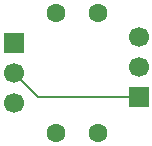
<source format=gbr>
%TF.GenerationSoftware,KiCad,Pcbnew,9.0.3-9.0.3-0~ubuntu22.04.1*%
%TF.CreationDate,2025-08-07T16:27:33-07:00*%
%TF.ProjectId,milkv_hat,6d696c6b-765f-4686-9174-2e6b69636164,rev?*%
%TF.SameCoordinates,Original*%
%TF.FileFunction,Copper,L1,Top*%
%TF.FilePolarity,Positive*%
%FSLAX46Y46*%
G04 Gerber Fmt 4.6, Leading zero omitted, Abs format (unit mm)*
G04 Created by KiCad (PCBNEW 9.0.3-9.0.3-0~ubuntu22.04.1) date 2025-08-07 16:27:33*
%MOMM*%
%LPD*%
G01*
G04 APERTURE LIST*
%TA.AperFunction,ComponentPad*%
%ADD10R,1.700000X1.700000*%
%TD*%
%TA.AperFunction,ComponentPad*%
%ADD11C,1.700000*%
%TD*%
%TA.AperFunction,ComponentPad*%
%ADD12C,1.600000*%
%TD*%
%TA.AperFunction,Conductor*%
%ADD13C,0.200000*%
%TD*%
G04 APERTURE END LIST*
D10*
%TO.P,J2,1,RX*%
%TO.N,Net-(J1-TX)*%
X124500000Y-68540000D03*
D11*
%TO.P,J2,2,TX*%
%TO.N,Net-(J2-TX)*%
X124500000Y-66000000D03*
%TO.P,J2,3,GND*%
%TO.N,Net-(J1-GND)*%
X124500000Y-63460000D03*
%TD*%
D12*
%TO.P,R2,1*%
%TO.N,Net-(J1-GND)*%
X117500000Y-71580000D03*
%TO.P,R2,2*%
%TO.N,Net-(J1-RX)*%
X117500000Y-61420000D03*
%TD*%
%TO.P,R1,1*%
%TO.N,Net-(J2-TX)*%
X121000000Y-71580000D03*
%TO.P,R1,2*%
%TO.N,Net-(J1-RX)*%
X121000000Y-61420000D03*
%TD*%
D10*
%TO.P,J1,1,RX*%
%TO.N,Net-(J1-RX)*%
X113900000Y-63975000D03*
D11*
%TO.P,J1,2,TX*%
%TO.N,Net-(J1-TX)*%
X113900000Y-66515000D03*
%TO.P,J1,3,GND*%
%TO.N,Net-(J1-GND)*%
X113900000Y-69055000D03*
%TD*%
D13*
%TO.N,Net-(J1-TX)*%
X113900000Y-66515000D02*
X115925000Y-68540000D01*
X115925000Y-68540000D02*
X124500000Y-68540000D01*
%TO.N,Net-(J1-RX)*%
X117580000Y-61340000D02*
X117500000Y-61420000D01*
%TD*%
M02*

</source>
